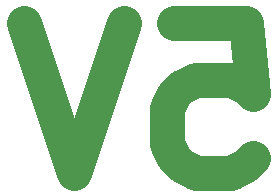
<source format=gbr>
G04 #@! TF.FileFunction,Legend,Bot*
%FSLAX46Y46*%
G04 Gerber Fmt 4.6, Leading zero omitted, Abs format (unit mm)*
G04 Created by KiCad (PCBNEW 4.0.1-stable) date 2/22/2016 4:26:43 PM*
%MOMM*%
G01*
G04 APERTURE LIST*
%ADD10C,0.100000*%
%ADD11C,3.000000*%
G04 APERTURE END LIST*
D10*
D11*
X94219047Y-99245238D02*
X100266666Y-99245238D01*
X100871428Y-105292857D01*
X100266666Y-104688095D01*
X99057143Y-104083333D01*
X96033333Y-104083333D01*
X94823809Y-104688095D01*
X94219047Y-105292857D01*
X93614286Y-106502381D01*
X93614286Y-109526190D01*
X94219047Y-110735714D01*
X94823809Y-111340476D01*
X96033333Y-111945238D01*
X99057143Y-111945238D01*
X100266666Y-111340476D01*
X100871428Y-110735714D01*
X89985714Y-99245238D02*
X85752381Y-111945238D01*
X81519048Y-99245238D01*
M02*

</source>
